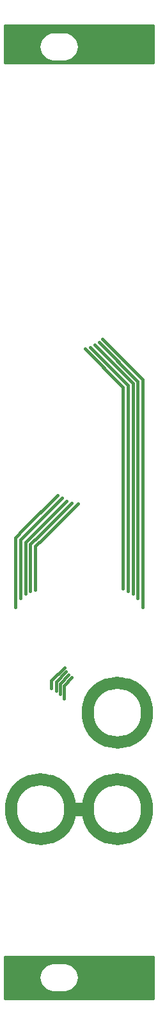
<source format=gbr>
%TF.GenerationSoftware,KiCad,Pcbnew,(5.1.9-0-10_14)*%
%TF.CreationDate,2021-01-17T19:37:13-06:00*%
%TF.ProjectId,JNTUB_panel,4a4e5455-425f-4706-916e-656c2e6b6963,rev?*%
%TF.SameCoordinates,Original*%
%TF.FileFunction,Copper,L1,Top*%
%TF.FilePolarity,Positive*%
%FSLAX46Y46*%
G04 Gerber Fmt 4.6, Leading zero omitted, Abs format (unit mm)*
G04 Created by KiCad (PCBNEW (5.1.9-0-10_14)) date 2021-01-17 19:37:13*
%MOMM*%
%LPD*%
G01*
G04 APERTURE LIST*
%TA.AperFunction,NonConductor*%
%ADD10C,1.800000*%
%TD*%
%TA.AperFunction,NonConductor*%
%ADD11C,1.600000*%
%TD*%
%TA.AperFunction,Conductor*%
%ADD12C,0.406400*%
%TD*%
%TA.AperFunction,NonConductor*%
%ADD13C,0.254000*%
%TD*%
%TA.AperFunction,NonConductor*%
%ADD14C,0.100000*%
%TD*%
G04 APERTURE END LIST*
D10*
X96202000Y-138430000D02*
X98362000Y-138430000D01*
D11*
X96139000Y-138430000D02*
G75*
G03*
X96139000Y-138430000I-3937000J0D01*
G01*
X106299000Y-138430000D02*
G75*
G03*
X106299000Y-138430000I-3937000J0D01*
G01*
X106299000Y-125730000D02*
G75*
G03*
X106299000Y-125730000I-3937000J0D01*
G01*
D12*
%TO.N,*%
X95250000Y-122174000D02*
X96316800Y-121107200D01*
X95250000Y-123901200D02*
X95250000Y-122174000D01*
X94742000Y-121920000D02*
X95910400Y-120751600D01*
X94742000Y-123240800D02*
X94742000Y-121920000D01*
X94234000Y-121666000D02*
X95554800Y-120345200D01*
X94234000Y-122834400D02*
X94234000Y-121666000D01*
X93624400Y-121513600D02*
X95351600Y-119786400D01*
X93624400Y-122478800D02*
X93624400Y-121513600D01*
X104394000Y-110083600D02*
X104394000Y-107289600D01*
X104394000Y-107289600D02*
X104394000Y-82346800D01*
X104394000Y-82346800D02*
X99364800Y-77317600D01*
X103733600Y-109728000D02*
X103733600Y-82600800D01*
X98755200Y-77622400D02*
X103733600Y-82600800D01*
X103073200Y-109372400D02*
X103073200Y-82854800D01*
X103073200Y-82854800D02*
X98044000Y-77825600D01*
X105714800Y-81838800D02*
X100380800Y-76504800D01*
X105714800Y-111861600D02*
X105714800Y-81838800D01*
X105054400Y-82092800D02*
X99923600Y-76962000D01*
X105054400Y-110693200D02*
X105054400Y-82092800D01*
X91490800Y-109524800D02*
X91490800Y-103835200D01*
X92557600Y-102768400D02*
X91490800Y-103835200D01*
X97129600Y-98196400D02*
X92557600Y-102768400D01*
X90830400Y-109728000D02*
X90830400Y-103581200D01*
X92049600Y-102362000D02*
X90830400Y-103581200D01*
X96316800Y-98094800D02*
X92049600Y-102362000D01*
X90170000Y-110083600D02*
X90170000Y-103276400D01*
X91440000Y-102006400D02*
X90170000Y-103276400D01*
X95605600Y-97840800D02*
X91440000Y-102006400D01*
X89509600Y-110693200D02*
X89509600Y-102971600D01*
X90728800Y-101752400D02*
X89509600Y-102971600D01*
X94996000Y-97485200D02*
X90728800Y-101752400D01*
X88849200Y-111861600D02*
X88849200Y-102666800D01*
X89966800Y-101549200D02*
X88849200Y-102666800D01*
X94437200Y-97078800D02*
X89966800Y-101549200D01*
%TD*%
D13*
X107113001Y-163374000D02*
X87451000Y-163374000D01*
X87451000Y-160578800D01*
X92001507Y-160578800D01*
X92037794Y-160947227D01*
X92145260Y-161301495D01*
X92319775Y-161627990D01*
X92554634Y-161914166D01*
X92840810Y-162149025D01*
X93167305Y-162323540D01*
X93521573Y-162431006D01*
X93797677Y-162458200D01*
X95432323Y-162458200D01*
X95708427Y-162431006D01*
X96062695Y-162323540D01*
X96389190Y-162149025D01*
X96675366Y-161914166D01*
X96910225Y-161627990D01*
X97084740Y-161301495D01*
X97192206Y-160947227D01*
X97228493Y-160578800D01*
X97192206Y-160210373D01*
X97084740Y-159856105D01*
X96910225Y-159529610D01*
X96675366Y-159243434D01*
X96389190Y-159008575D01*
X96062695Y-158834060D01*
X95708427Y-158726594D01*
X95432323Y-158699400D01*
X93797677Y-158699400D01*
X93521573Y-158726594D01*
X93167305Y-158834060D01*
X92840810Y-159008575D01*
X92554634Y-159243434D01*
X92319775Y-159529610D01*
X92145260Y-159856105D01*
X92037794Y-160210373D01*
X92001507Y-160578800D01*
X87451000Y-160578800D01*
X87451000Y-157861000D01*
X107113001Y-157861000D01*
X107113001Y-163374000D01*
%TA.AperFunction,NonConductor*%
D14*
G36*
X107113001Y-163374000D02*
G01*
X87451000Y-163374000D01*
X87451000Y-160578800D01*
X92001507Y-160578800D01*
X92037794Y-160947227D01*
X92145260Y-161301495D01*
X92319775Y-161627990D01*
X92554634Y-161914166D01*
X92840810Y-162149025D01*
X93167305Y-162323540D01*
X93521573Y-162431006D01*
X93797677Y-162458200D01*
X95432323Y-162458200D01*
X95708427Y-162431006D01*
X96062695Y-162323540D01*
X96389190Y-162149025D01*
X96675366Y-161914166D01*
X96910225Y-161627990D01*
X97084740Y-161301495D01*
X97192206Y-160947227D01*
X97228493Y-160578800D01*
X97192206Y-160210373D01*
X97084740Y-159856105D01*
X96910225Y-159529610D01*
X96675366Y-159243434D01*
X96389190Y-159008575D01*
X96062695Y-158834060D01*
X95708427Y-158726594D01*
X95432323Y-158699400D01*
X93797677Y-158699400D01*
X93521573Y-158726594D01*
X93167305Y-158834060D01*
X92840810Y-159008575D01*
X92554634Y-159243434D01*
X92319775Y-159529610D01*
X92145260Y-159856105D01*
X92037794Y-160210373D01*
X92001507Y-160578800D01*
X87451000Y-160578800D01*
X87451000Y-157861000D01*
X107113001Y-157861000D01*
X107113001Y-163374000D01*
G37*
%TD.AperFunction*%
D13*
X107113000Y-40259000D02*
X87451000Y-40259000D01*
X87451000Y-38049200D01*
X92001507Y-38049200D01*
X92037794Y-38417627D01*
X92145260Y-38771895D01*
X92319775Y-39098390D01*
X92554634Y-39384566D01*
X92840810Y-39619425D01*
X93167305Y-39793940D01*
X93521573Y-39901406D01*
X93797677Y-39928600D01*
X95432323Y-39928600D01*
X95708427Y-39901406D01*
X96062695Y-39793940D01*
X96389190Y-39619425D01*
X96675366Y-39384566D01*
X96910225Y-39098390D01*
X97084740Y-38771895D01*
X97192206Y-38417627D01*
X97228493Y-38049200D01*
X97192206Y-37680773D01*
X97084740Y-37326505D01*
X96910225Y-37000010D01*
X96675366Y-36713834D01*
X96389190Y-36478975D01*
X96062695Y-36304460D01*
X95708427Y-36196994D01*
X95432323Y-36169800D01*
X93797677Y-36169800D01*
X93521573Y-36196994D01*
X93167305Y-36304460D01*
X92840810Y-36478975D01*
X92554634Y-36713834D01*
X92319775Y-37000010D01*
X92145260Y-37326505D01*
X92037794Y-37680773D01*
X92001507Y-38049200D01*
X87451000Y-38049200D01*
X87451000Y-35254000D01*
X107113000Y-35254000D01*
X107113000Y-40259000D01*
%TA.AperFunction,NonConductor*%
D14*
G36*
X107113000Y-40259000D02*
G01*
X87451000Y-40259000D01*
X87451000Y-38049200D01*
X92001507Y-38049200D01*
X92037794Y-38417627D01*
X92145260Y-38771895D01*
X92319775Y-39098390D01*
X92554634Y-39384566D01*
X92840810Y-39619425D01*
X93167305Y-39793940D01*
X93521573Y-39901406D01*
X93797677Y-39928600D01*
X95432323Y-39928600D01*
X95708427Y-39901406D01*
X96062695Y-39793940D01*
X96389190Y-39619425D01*
X96675366Y-39384566D01*
X96910225Y-39098390D01*
X97084740Y-38771895D01*
X97192206Y-38417627D01*
X97228493Y-38049200D01*
X97192206Y-37680773D01*
X97084740Y-37326505D01*
X96910225Y-37000010D01*
X96675366Y-36713834D01*
X96389190Y-36478975D01*
X96062695Y-36304460D01*
X95708427Y-36196994D01*
X95432323Y-36169800D01*
X93797677Y-36169800D01*
X93521573Y-36196994D01*
X93167305Y-36304460D01*
X92840810Y-36478975D01*
X92554634Y-36713834D01*
X92319775Y-37000010D01*
X92145260Y-37326505D01*
X92037794Y-37680773D01*
X92001507Y-38049200D01*
X87451000Y-38049200D01*
X87451000Y-35254000D01*
X107113000Y-35254000D01*
X107113000Y-40259000D01*
G37*
%TD.AperFunction*%
M02*

</source>
